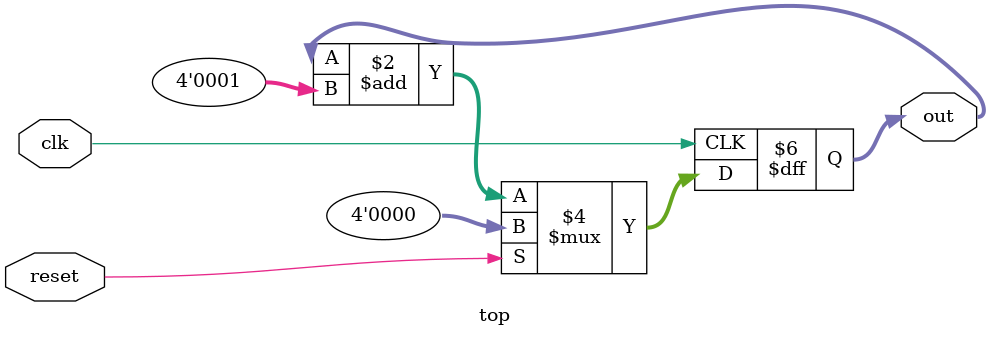
<source format=v>
module top (
    input clk,
    input reset,
    output reg [3:0] out);
    
    always @(posedge clk) begin
        if(reset) begin
            out <= 4'b0;
        end
        else begin
            out <= out + 4'b1;
        end
    end
    
endmodule

</source>
